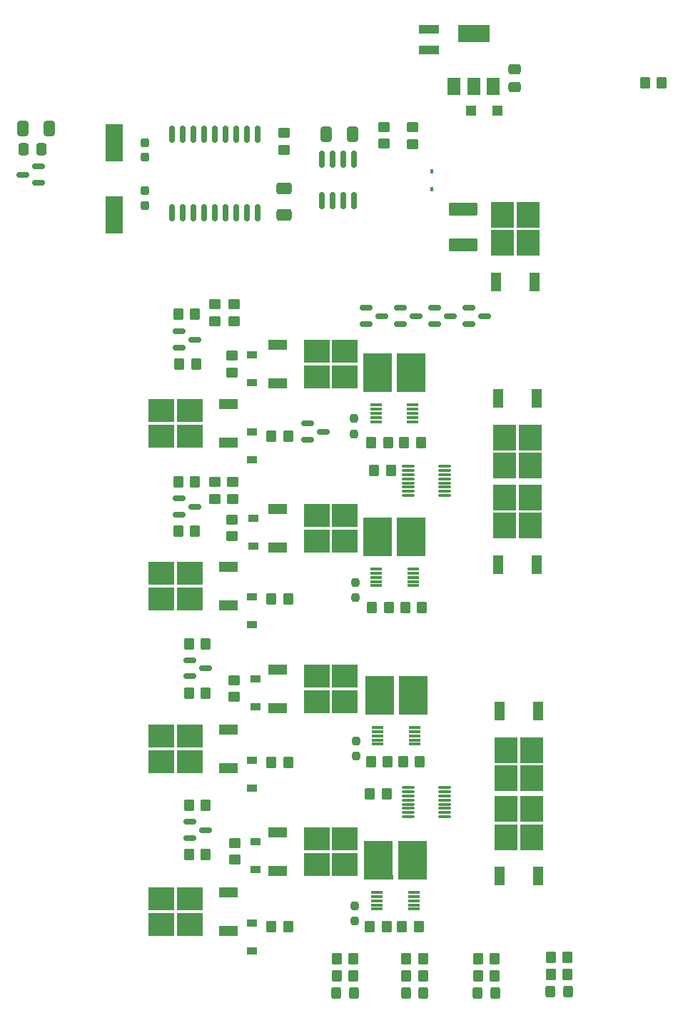
<source format=gbr>
%TF.GenerationSoftware,KiCad,Pcbnew,7.0.2*%
%TF.CreationDate,2023-09-23T20:32:53-04:00*%
%TF.ProjectId,Battery_Monitor_1.2,42617474-6572-4795-9f4d-6f6e69746f72,rev?*%
%TF.SameCoordinates,Original*%
%TF.FileFunction,Paste,Top*%
%TF.FilePolarity,Positive*%
%FSLAX46Y46*%
G04 Gerber Fmt 4.6, Leading zero omitted, Abs format (unit mm)*
G04 Created by KiCad (PCBNEW 7.0.2) date 2023-09-23 20:32:53*
%MOMM*%
%LPD*%
G01*
G04 APERTURE LIST*
G04 Aperture macros list*
%AMRoundRect*
0 Rectangle with rounded corners*
0 $1 Rounding radius*
0 $2 $3 $4 $5 $6 $7 $8 $9 X,Y pos of 4 corners*
0 Add a 4 corners polygon primitive as box body*
4,1,4,$2,$3,$4,$5,$6,$7,$8,$9,$2,$3,0*
0 Add four circle primitives for the rounded corners*
1,1,$1+$1,$2,$3*
1,1,$1+$1,$4,$5*
1,1,$1+$1,$6,$7*
1,1,$1+$1,$8,$9*
0 Add four rect primitives between the rounded corners*
20,1,$1+$1,$2,$3,$4,$5,0*
20,1,$1+$1,$4,$5,$6,$7,0*
20,1,$1+$1,$6,$7,$8,$9,0*
20,1,$1+$1,$8,$9,$2,$3,0*%
G04 Aperture macros list end*
%ADD10RoundRect,0.075000X0.650000X0.075000X-0.650000X0.075000X-0.650000X-0.075000X0.650000X-0.075000X0*%
%ADD11RoundRect,0.250000X-0.350000X-0.450000X0.350000X-0.450000X0.350000X0.450000X-0.350000X0.450000X0*%
%ADD12RoundRect,0.150000X-0.587500X-0.150000X0.587500X-0.150000X0.587500X0.150000X-0.587500X0.150000X0*%
%ADD13RoundRect,0.237500X0.237500X-0.250000X0.237500X0.250000X-0.237500X0.250000X-0.237500X-0.250000X0*%
%ADD14RoundRect,0.250000X0.350000X0.450000X-0.350000X0.450000X-0.350000X-0.450000X0.350000X-0.450000X0*%
%ADD15RoundRect,0.250000X-0.325000X-0.450000X0.325000X-0.450000X0.325000X0.450000X-0.325000X0.450000X0*%
%ADD16R,1.400000X0.300000*%
%ADD17R,2.000000X4.500000*%
%ADD18R,2.200000X1.200000*%
%ADD19R,3.050000X2.750000*%
%ADD20RoundRect,0.150000X-0.150000X0.875000X-0.150000X-0.875000X0.150000X-0.875000X0.150000X0.875000X0*%
%ADD21RoundRect,0.237500X0.237500X-0.300000X0.237500X0.300000X-0.237500X0.300000X-0.237500X-0.300000X0*%
%ADD22RoundRect,0.250000X0.450000X-0.350000X0.450000X0.350000X-0.450000X0.350000X-0.450000X-0.350000X0*%
%ADD23R,1.200000X2.200000*%
%ADD24R,2.750000X3.050000*%
%ADD25RoundRect,0.250000X-0.450000X0.350000X-0.450000X-0.350000X0.450000X-0.350000X0.450000X0.350000X0*%
%ADD26R,1.200000X0.900000*%
%ADD27R,0.450000X0.600000*%
%ADD28R,3.400000X4.600000*%
%ADD29R,0.500000X0.500000*%
%ADD30R,2.400000X1.100000*%
%ADD31RoundRect,0.250000X0.337500X0.475000X-0.337500X0.475000X-0.337500X-0.475000X0.337500X-0.475000X0*%
%ADD32RoundRect,0.250000X0.475000X-0.337500X0.475000X0.337500X-0.475000X0.337500X-0.475000X-0.337500X0*%
%ADD33RoundRect,0.250000X0.412500X0.650000X-0.412500X0.650000X-0.412500X-0.650000X0.412500X-0.650000X0*%
%ADD34R,3.800000X2.000000*%
%ADD35R,1.500000X2.000000*%
%ADD36RoundRect,0.250000X0.650000X-0.412500X0.650000X0.412500X-0.650000X0.412500X-0.650000X-0.412500X0*%
%ADD37RoundRect,0.150000X0.587500X0.150000X-0.587500X0.150000X-0.587500X-0.150000X0.587500X-0.150000X0*%
%ADD38R,1.180000X1.170000*%
%ADD39RoundRect,0.250000X-1.450000X0.537500X-1.450000X-0.537500X1.450000X-0.537500X1.450000X0.537500X0*%
%ADD40RoundRect,0.237500X-0.237500X0.300000X-0.237500X-0.300000X0.237500X-0.300000X0.237500X0.300000X0*%
%ADD41RoundRect,0.150000X0.150000X-0.825000X0.150000X0.825000X-0.150000X0.825000X-0.150000X-0.825000X0*%
G04 APERTURE END LIST*
D10*
%TO.C,U10*%
X123834000Y-143736000D03*
X123834000Y-143236000D03*
X123834000Y-142736000D03*
X123834000Y-142236000D03*
X123834000Y-141736000D03*
X123834000Y-141236000D03*
X123834000Y-140736000D03*
X123834000Y-140236000D03*
X128134000Y-140236000D03*
X128134000Y-140736000D03*
X128134000Y-141236000D03*
X128134000Y-141736000D03*
X128134000Y-142236000D03*
X128134000Y-142736000D03*
X128134000Y-143236000D03*
X128134000Y-143736000D03*
%TD*%
D11*
%TO.C,R8*%
X109585000Y-98552000D03*
X107585000Y-98552000D03*
%TD*%
D12*
%TO.C,Q3*%
X132890500Y-84328000D03*
X131015500Y-85278000D03*
X131015500Y-83378000D03*
%TD*%
D13*
%TO.C,TH4*%
X117475000Y-154282592D03*
X117475000Y-156107592D03*
%TD*%
D14*
%TO.C,R37*%
X115332000Y-160528000D03*
X117332000Y-160528000D03*
%TD*%
D12*
%TO.C,Q6*%
X98473500Y-87122000D03*
X96598500Y-88072000D03*
X96598500Y-86172000D03*
%TD*%
D14*
%TO.C,R10*%
X96536000Y-109855000D03*
X98536000Y-109855000D03*
%TD*%
D15*
%TO.C,D14*%
X117357000Y-164592000D03*
X115307000Y-164592000D03*
%TD*%
D11*
%TO.C,R30*%
X109585000Y-137287000D03*
X107585000Y-137287000D03*
%TD*%
D13*
%TO.C,TH1*%
X117379198Y-96482353D03*
X117379198Y-98307353D03*
%TD*%
D12*
%TO.C,D5*%
X113713500Y-98044000D03*
X111838500Y-98994000D03*
X111838500Y-97094000D03*
%TD*%
D16*
%TO.C,U6*%
X124367244Y-94869760D03*
X124367244Y-95369760D03*
X124367244Y-95869760D03*
X124367244Y-96369760D03*
X124367244Y-96869760D03*
X119967244Y-96869760D03*
X119967244Y-96369760D03*
X119967244Y-95869760D03*
X119967244Y-95369760D03*
X119967244Y-94869760D03*
%TD*%
D10*
%TO.C,U7*%
X123834000Y-105636000D03*
X123834000Y-105136000D03*
X123834000Y-104636000D03*
X123834000Y-104136000D03*
X123834000Y-103636000D03*
X123834000Y-103136000D03*
X123834000Y-102636000D03*
X123834000Y-102136000D03*
X128134000Y-102136000D03*
X128134000Y-102636000D03*
X128134000Y-103136000D03*
X128134000Y-103636000D03*
X128134000Y-104136000D03*
X128134000Y-104636000D03*
X128134000Y-105136000D03*
X128134000Y-105636000D03*
%TD*%
D17*
%TO.C,Y1*%
X88900000Y-72322000D03*
X88900000Y-63822000D03*
%TD*%
D18*
%TO.C,Q8*%
X108322000Y-111754000D03*
X108322000Y-107194000D03*
D19*
X116297000Y-110999000D03*
X116297000Y-107949000D03*
X112947000Y-110999000D03*
X112947000Y-107949000D03*
%TD*%
D20*
%TO.C,U2*%
X105918000Y-72087000D03*
X104648000Y-72087000D03*
X103378000Y-72087000D03*
X102108000Y-72087000D03*
X100838000Y-72087000D03*
X99568000Y-72087000D03*
X98298000Y-72087000D03*
X97028000Y-72087000D03*
X95758000Y-72087000D03*
X95758000Y-62787000D03*
X97028000Y-62787000D03*
X98298000Y-62787000D03*
X99568000Y-62787000D03*
X100838000Y-62787000D03*
X102108000Y-62787000D03*
X103378000Y-62787000D03*
X104648000Y-62787000D03*
X105918000Y-62787000D03*
%TD*%
D12*
%TO.C,Q2*%
X128826500Y-84328000D03*
X126951500Y-85278000D03*
X126951500Y-83378000D03*
%TD*%
D21*
%TO.C,C4*%
X92583000Y-63780500D03*
X92583000Y-65505500D03*
%TD*%
D22*
%TO.C,R13*%
X102870000Y-108474000D03*
X102870000Y-110474000D03*
%TD*%
D11*
%TO.C,R45*%
X134096000Y-162560000D03*
X132096000Y-162560000D03*
%TD*%
D23*
%TO.C,Q11*%
X139059000Y-113801000D03*
X134499000Y-113801000D03*
D24*
X138304000Y-105826000D03*
X135254000Y-105826000D03*
X138304000Y-109176000D03*
X135254000Y-109176000D03*
%TD*%
D15*
%TO.C,D16*%
X142757000Y-164465000D03*
X140707000Y-164465000D03*
%TD*%
D25*
%TO.C,R5*%
X103124000Y-84947000D03*
X103124000Y-82947000D03*
%TD*%
D23*
%TO.C,D2*%
X138805000Y-80273000D03*
X134245000Y-80273000D03*
D24*
X138050000Y-72298000D03*
X135000000Y-72298000D03*
X138050000Y-75648000D03*
X135000000Y-75648000D03*
%TD*%
D18*
%TO.C,Q9*%
X102498000Y-94748000D03*
X102498000Y-99308000D03*
D19*
X94523000Y-95503000D03*
X94523000Y-98553000D03*
X97873000Y-95503000D03*
X97873000Y-98553000D03*
%TD*%
D26*
%TO.C,D4*%
X105410000Y-108332000D03*
X105410000Y-111632000D03*
%TD*%
D22*
%TO.C,R12*%
X102870000Y-89043000D03*
X102870000Y-91043000D03*
%TD*%
D11*
%TO.C,R1*%
X153908000Y-56642000D03*
X151908000Y-56642000D03*
%TD*%
D27*
%TO.C,D3*%
X126619000Y-69249000D03*
X126619000Y-67149000D03*
%TD*%
D12*
%TO.C,Q20*%
X99743500Y-145288000D03*
X97868500Y-146238000D03*
X97868500Y-144338000D03*
%TD*%
D11*
%TO.C,R29*%
X109585000Y-156718000D03*
X107585000Y-156718000D03*
%TD*%
D26*
%TO.C,D8*%
X105664000Y-127382000D03*
X105664000Y-130682000D03*
%TD*%
D14*
%TO.C,R35*%
X123587000Y-160528000D03*
X125587000Y-160528000D03*
%TD*%
D23*
%TO.C,Q17*%
X134626000Y-131182000D03*
X139186000Y-131182000D03*
D24*
X135381000Y-139157000D03*
X138431000Y-139157000D03*
X135381000Y-135807000D03*
X138431000Y-135807000D03*
%TD*%
D18*
%TO.C,Q15*%
X102498000Y-114052000D03*
X102498000Y-118612000D03*
D19*
X94523000Y-114807000D03*
X94523000Y-117857000D03*
X97873000Y-114807000D03*
X97873000Y-117857000D03*
%TD*%
D28*
%TO.C,R26*%
X124396000Y-129286000D03*
D29*
X122946000Y-131336000D03*
X121846000Y-131336000D03*
D28*
X120396000Y-129286000D03*
%TD*%
D15*
%TO.C,D13*%
X125612000Y-164592000D03*
X123562000Y-164592000D03*
%TD*%
D11*
%TO.C,R22*%
X109585000Y-117856000D03*
X107585000Y-117856000D03*
%TD*%
D22*
%TO.C,R7*%
X124358400Y-61941200D03*
X124358400Y-63941200D03*
%TD*%
D30*
%TO.C,C1*%
X126238000Y-52812000D03*
X126238000Y-50312000D03*
%TD*%
D31*
%TO.C,C2*%
X78210500Y-64516000D03*
X80285500Y-64516000D03*
%TD*%
D18*
%TO.C,Q18*%
X108322000Y-150108000D03*
X108322000Y-145548000D03*
D19*
X116297000Y-149353000D03*
X116297000Y-146303000D03*
X112947000Y-149353000D03*
X112947000Y-146303000D03*
%TD*%
D22*
%TO.C,R23*%
X103124000Y-127524000D03*
X103124000Y-129524000D03*
%TD*%
D11*
%TO.C,R27*%
X125460000Y-118872000D03*
X123460000Y-118872000D03*
%TD*%
D14*
%TO.C,R42*%
X140732000Y-160401000D03*
X142732000Y-160401000D03*
%TD*%
D32*
%TO.C,C7*%
X136398000Y-55096500D03*
X136398000Y-57171500D03*
%TD*%
D11*
%TO.C,R36*%
X121269000Y-156719092D03*
X119269000Y-156719092D03*
%TD*%
D33*
%TO.C,C8*%
X114109100Y-62738000D03*
X117234100Y-62738000D03*
%TD*%
D14*
%TO.C,R4*%
X96536000Y-84074000D03*
X98536000Y-84074000D03*
%TD*%
D34*
%TO.C,U1*%
X131572000Y-50825000D03*
D35*
X133872000Y-57125000D03*
X131572000Y-57125000D03*
X129272000Y-57125000D03*
%TD*%
D14*
%TO.C,R34*%
X119269000Y-140970000D03*
X121269000Y-140970000D03*
%TD*%
D26*
%TO.C,D11*%
X105283000Y-159638000D03*
X105283000Y-156338000D03*
%TD*%
D13*
%TO.C,TH2*%
X117599800Y-134724592D03*
X117599800Y-136549592D03*
%TD*%
D14*
%TO.C,R17*%
X119777000Y-102616000D03*
X121777000Y-102616000D03*
%TD*%
D22*
%TO.C,R6*%
X120954800Y-61890400D03*
X120954800Y-63890400D03*
%TD*%
D36*
%TO.C,C6*%
X109093000Y-69176500D03*
X109093000Y-72301500D03*
%TD*%
D22*
%TO.C,R2*%
X100838000Y-82947000D03*
X100838000Y-84947000D03*
%TD*%
D18*
%TO.C,Q19*%
X102498000Y-152660000D03*
X102498000Y-157220000D03*
D19*
X94523000Y-153415000D03*
X94523000Y-156465000D03*
X97873000Y-153415000D03*
X97873000Y-156465000D03*
%TD*%
D14*
%TO.C,R24*%
X97806000Y-129032000D03*
X99806000Y-129032000D03*
%TD*%
D12*
%TO.C,Q4*%
X120698500Y-84328000D03*
X118823500Y-85278000D03*
X118823500Y-83378000D03*
%TD*%
D14*
%TO.C,R33*%
X132096000Y-160528000D03*
X134096000Y-160528000D03*
%TD*%
D22*
%TO.C,R11*%
X100838000Y-104029000D03*
X100838000Y-106029000D03*
%TD*%
D15*
%TO.C,D15*%
X134121000Y-164592000D03*
X132071000Y-164592000D03*
%TD*%
D37*
%TO.C,Q1*%
X78056500Y-67564000D03*
X79931500Y-66614000D03*
X79931500Y-68514000D03*
%TD*%
D11*
%TO.C,R38*%
X125079000Y-156719092D03*
X123079000Y-156719092D03*
%TD*%
%TO.C,R44*%
X125587000Y-162560000D03*
X123587000Y-162560000D03*
%TD*%
D23*
%TO.C,Q12*%
X134499000Y-94098000D03*
X139059000Y-94098000D03*
D24*
X135254000Y-102073000D03*
X138304000Y-102073000D03*
X135254000Y-98723000D03*
X138304000Y-98723000D03*
%TD*%
D38*
%TO.C,D1*%
X131252000Y-59944000D03*
X134432000Y-59944000D03*
%TD*%
D12*
%TO.C,Q5*%
X124762500Y-84328000D03*
X122887500Y-85278000D03*
X122887500Y-83378000D03*
%TD*%
D16*
%TO.C,U11*%
X124501000Y-152670000D03*
X124501000Y-153170000D03*
X124501000Y-153670000D03*
X124501000Y-154170000D03*
X124501000Y-154670000D03*
X120101000Y-154670000D03*
X120101000Y-154170000D03*
X120101000Y-153670000D03*
X120101000Y-153170000D03*
X120101000Y-152670000D03*
%TD*%
D22*
%TO.C,R28*%
X103251000Y-146828000D03*
X103251000Y-148828000D03*
%TD*%
D11*
%TO.C,R19*%
X121427198Y-99314000D03*
X119427198Y-99314000D03*
%TD*%
D39*
%TO.C,C9*%
X130302000Y-75924500D03*
X130302000Y-71649500D03*
%TD*%
D40*
%TO.C,C5*%
X92583000Y-71220500D03*
X92583000Y-69495500D03*
%TD*%
D12*
%TO.C,Q16*%
X99743500Y-126111000D03*
X97868500Y-127061000D03*
X97868500Y-125161000D03*
%TD*%
D14*
%TO.C,R32*%
X97806000Y-148209000D03*
X99806000Y-148209000D03*
%TD*%
D28*
%TO.C,R39*%
X124301000Y-148844000D03*
D29*
X122851000Y-150894000D03*
X121751000Y-150894000D03*
D28*
X120301000Y-148844000D03*
%TD*%
D33*
%TO.C,C3*%
X78066500Y-62103000D03*
X81191500Y-62103000D03*
%TD*%
D16*
%TO.C,U8*%
X124374000Y-114316000D03*
X124374000Y-114816000D03*
X124374000Y-115316000D03*
X124374000Y-115816000D03*
X124374000Y-116316000D03*
X119974000Y-116316000D03*
X119974000Y-115816000D03*
X119974000Y-115316000D03*
X119974000Y-114816000D03*
X119974000Y-114316000D03*
%TD*%
D11*
%TO.C,R46*%
X142732000Y-162433000D03*
X140732000Y-162433000D03*
%TD*%
D14*
%TO.C,R21*%
X97806000Y-123190000D03*
X99806000Y-123190000D03*
%TD*%
D11*
%TO.C,R43*%
X117332000Y-162560000D03*
X115332000Y-162560000D03*
%TD*%
D41*
%TO.C,U4*%
X113538000Y-65724000D03*
X114808000Y-65724000D03*
X116078000Y-65724000D03*
X117348000Y-65724000D03*
X117348000Y-70674000D03*
X116078000Y-70674000D03*
X114808000Y-70674000D03*
X113538000Y-70674000D03*
%TD*%
D14*
%TO.C,R15*%
X96536000Y-104038400D03*
X98536000Y-104038400D03*
%TD*%
D25*
%TO.C,R3*%
X109093000Y-64627000D03*
X109093000Y-62627000D03*
%TD*%
%TO.C,R14*%
X102997000Y-106029000D03*
X102997000Y-104029000D03*
%TD*%
D26*
%TO.C,D9*%
X105283000Y-120903000D03*
X105283000Y-117603000D03*
%TD*%
D13*
%TO.C,TH3*%
X117534690Y-115928592D03*
X117534690Y-117753592D03*
%TD*%
D11*
%TO.C,R41*%
X125203800Y-137161092D03*
X123203800Y-137161092D03*
%TD*%
D26*
%TO.C,D6*%
X105283000Y-88901000D03*
X105283000Y-92201000D03*
%TD*%
D11*
%TO.C,R40*%
X121396000Y-137160000D03*
X119396000Y-137160000D03*
%TD*%
D23*
%TO.C,Q21*%
X139186000Y-150758000D03*
X134626000Y-150758000D03*
D24*
X138431000Y-142783000D03*
X135381000Y-142783000D03*
X138431000Y-146133000D03*
X135381000Y-146133000D03*
%TD*%
D18*
%TO.C,Q13*%
X108322000Y-130804000D03*
X108322000Y-126244000D03*
D19*
X116297000Y-130049000D03*
X116297000Y-126999000D03*
X112947000Y-130049000D03*
X112947000Y-126999000D03*
%TD*%
D18*
%TO.C,Q14*%
X102498000Y-133356000D03*
X102498000Y-137916000D03*
D19*
X94523000Y-134111000D03*
X94523000Y-137161000D03*
X97873000Y-134111000D03*
X97873000Y-137161000D03*
%TD*%
D14*
%TO.C,R31*%
X97806000Y-142367000D03*
X99806000Y-142367000D03*
%TD*%
D28*
%TO.C,R18*%
X124174000Y-110490000D03*
D29*
X122724000Y-112540000D03*
X121624000Y-112540000D03*
D28*
X120174000Y-110490000D03*
%TD*%
D14*
%TO.C,R9*%
X96647000Y-90043000D03*
X98647000Y-90043000D03*
%TD*%
D26*
%TO.C,D7*%
X105283000Y-101345000D03*
X105283000Y-98045000D03*
%TD*%
D28*
%TO.C,R20*%
X124167244Y-91043760D03*
D29*
X122717244Y-93093760D03*
X121617244Y-93093760D03*
D28*
X120167244Y-91043760D03*
%TD*%
D26*
%TO.C,D10*%
X105283000Y-140334000D03*
X105283000Y-137034000D03*
%TD*%
D11*
%TO.C,R25*%
X121523000Y-118872000D03*
X119523000Y-118872000D03*
%TD*%
D16*
%TO.C,U9*%
X124596000Y-133112000D03*
X124596000Y-133612000D03*
X124596000Y-134112000D03*
X124596000Y-134612000D03*
X124596000Y-135112000D03*
X120196000Y-135112000D03*
X120196000Y-134612000D03*
X120196000Y-134112000D03*
X120196000Y-133612000D03*
X120196000Y-133112000D03*
%TD*%
D26*
%TO.C,D12*%
X105664000Y-146686000D03*
X105664000Y-149986000D03*
%TD*%
D12*
%TO.C,Q10*%
X98473500Y-106934000D03*
X96598500Y-107884000D03*
X96598500Y-105984000D03*
%TD*%
D18*
%TO.C,Q7*%
X108322000Y-92323000D03*
X108322000Y-87763000D03*
D19*
X116297000Y-91568000D03*
X116297000Y-88518000D03*
X112947000Y-91568000D03*
X112947000Y-88518000D03*
%TD*%
D11*
%TO.C,R16*%
X125333000Y-99314000D03*
X123333000Y-99314000D03*
%TD*%
M02*

</source>
